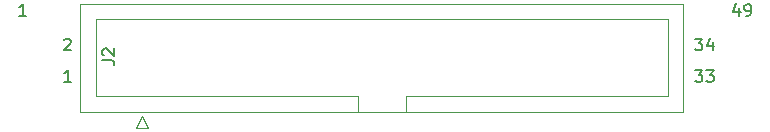
<source format=gbr>
%TF.GenerationSoftware,KiCad,Pcbnew,7.0.7*%
%TF.CreationDate,2023-09-16T00:08:42-05:00*%
%TF.ProjectId,50-to-34-pin-floppy-adapter,35302d74-6f2d-4333-942d-70696e2d666c,rev?*%
%TF.SameCoordinates,Original*%
%TF.FileFunction,Legend,Top*%
%TF.FilePolarity,Positive*%
%FSLAX46Y46*%
G04 Gerber Fmt 4.6, Leading zero omitted, Abs format (unit mm)*
G04 Created by KiCad (PCBNEW 7.0.7) date 2023-09-16 00:08:42*
%MOMM*%
%LPD*%
G01*
G04 APERTURE LIST*
%ADD10C,0.150000*%
%ADD11C,0.120000*%
G04 APERTURE END LIST*
D10*
X192900541Y-71132819D02*
X193519588Y-71132819D01*
X193519588Y-71132819D02*
X193186255Y-71513771D01*
X193186255Y-71513771D02*
X193329112Y-71513771D01*
X193329112Y-71513771D02*
X193424350Y-71561390D01*
X193424350Y-71561390D02*
X193471969Y-71609009D01*
X193471969Y-71609009D02*
X193519588Y-71704247D01*
X193519588Y-71704247D02*
X193519588Y-71942342D01*
X193519588Y-71942342D02*
X193471969Y-72037580D01*
X193471969Y-72037580D02*
X193424350Y-72085200D01*
X193424350Y-72085200D02*
X193329112Y-72132819D01*
X193329112Y-72132819D02*
X193043398Y-72132819D01*
X193043398Y-72132819D02*
X192948160Y-72085200D01*
X192948160Y-72085200D02*
X192900541Y-72037580D01*
X193852922Y-71132819D02*
X194471969Y-71132819D01*
X194471969Y-71132819D02*
X194138636Y-71513771D01*
X194138636Y-71513771D02*
X194281493Y-71513771D01*
X194281493Y-71513771D02*
X194376731Y-71561390D01*
X194376731Y-71561390D02*
X194424350Y-71609009D01*
X194424350Y-71609009D02*
X194471969Y-71704247D01*
X194471969Y-71704247D02*
X194471969Y-71942342D01*
X194471969Y-71942342D02*
X194424350Y-72037580D01*
X194424350Y-72037580D02*
X194376731Y-72085200D01*
X194376731Y-72085200D02*
X194281493Y-72132819D01*
X194281493Y-72132819D02*
X193995779Y-72132819D01*
X193995779Y-72132819D02*
X193900541Y-72085200D01*
X193900541Y-72085200D02*
X193852922Y-72037580D01*
X140052588Y-72132819D02*
X139481160Y-72132819D01*
X139766874Y-72132819D02*
X139766874Y-71132819D01*
X139766874Y-71132819D02*
X139671636Y-71275676D01*
X139671636Y-71275676D02*
X139576398Y-71370914D01*
X139576398Y-71370914D02*
X139481160Y-71418533D01*
X139481160Y-68561057D02*
X139528779Y-68513438D01*
X139528779Y-68513438D02*
X139624017Y-68465819D01*
X139624017Y-68465819D02*
X139862112Y-68465819D01*
X139862112Y-68465819D02*
X139957350Y-68513438D01*
X139957350Y-68513438D02*
X140004969Y-68561057D01*
X140004969Y-68561057D02*
X140052588Y-68656295D01*
X140052588Y-68656295D02*
X140052588Y-68751533D01*
X140052588Y-68751533D02*
X140004969Y-68894390D01*
X140004969Y-68894390D02*
X139433541Y-69465819D01*
X139433541Y-69465819D02*
X140052588Y-69465819D01*
X136242588Y-66544819D02*
X135671160Y-66544819D01*
X135956874Y-66544819D02*
X135956874Y-65544819D01*
X135956874Y-65544819D02*
X135861636Y-65687676D01*
X135861636Y-65687676D02*
X135766398Y-65782914D01*
X135766398Y-65782914D02*
X135671160Y-65830533D01*
X196599350Y-65878152D02*
X196599350Y-66544819D01*
X196361255Y-65497200D02*
X196123160Y-66211485D01*
X196123160Y-66211485D02*
X196742207Y-66211485D01*
X197170779Y-66544819D02*
X197361255Y-66544819D01*
X197361255Y-66544819D02*
X197456493Y-66497200D01*
X197456493Y-66497200D02*
X197504112Y-66449580D01*
X197504112Y-66449580D02*
X197599350Y-66306723D01*
X197599350Y-66306723D02*
X197646969Y-66116247D01*
X197646969Y-66116247D02*
X197646969Y-65735295D01*
X197646969Y-65735295D02*
X197599350Y-65640057D01*
X197599350Y-65640057D02*
X197551731Y-65592438D01*
X197551731Y-65592438D02*
X197456493Y-65544819D01*
X197456493Y-65544819D02*
X197266017Y-65544819D01*
X197266017Y-65544819D02*
X197170779Y-65592438D01*
X197170779Y-65592438D02*
X197123160Y-65640057D01*
X197123160Y-65640057D02*
X197075541Y-65735295D01*
X197075541Y-65735295D02*
X197075541Y-65973390D01*
X197075541Y-65973390D02*
X197123160Y-66068628D01*
X197123160Y-66068628D02*
X197170779Y-66116247D01*
X197170779Y-66116247D02*
X197266017Y-66163866D01*
X197266017Y-66163866D02*
X197456493Y-66163866D01*
X197456493Y-66163866D02*
X197551731Y-66116247D01*
X197551731Y-66116247D02*
X197599350Y-66068628D01*
X197599350Y-66068628D02*
X197646969Y-65973390D01*
X192900541Y-68465819D02*
X193519588Y-68465819D01*
X193519588Y-68465819D02*
X193186255Y-68846771D01*
X193186255Y-68846771D02*
X193329112Y-68846771D01*
X193329112Y-68846771D02*
X193424350Y-68894390D01*
X193424350Y-68894390D02*
X193471969Y-68942009D01*
X193471969Y-68942009D02*
X193519588Y-69037247D01*
X193519588Y-69037247D02*
X193519588Y-69275342D01*
X193519588Y-69275342D02*
X193471969Y-69370580D01*
X193471969Y-69370580D02*
X193424350Y-69418200D01*
X193424350Y-69418200D02*
X193329112Y-69465819D01*
X193329112Y-69465819D02*
X193043398Y-69465819D01*
X193043398Y-69465819D02*
X192948160Y-69418200D01*
X192948160Y-69418200D02*
X192900541Y-69370580D01*
X194376731Y-68799152D02*
X194376731Y-69465819D01*
X194138636Y-68418200D02*
X193900541Y-69132485D01*
X193900541Y-69132485D02*
X194519588Y-69132485D01*
X142710819Y-70310333D02*
X143425104Y-70310333D01*
X143425104Y-70310333D02*
X143567961Y-70357952D01*
X143567961Y-70357952D02*
X143663200Y-70453190D01*
X143663200Y-70453190D02*
X143710819Y-70596047D01*
X143710819Y-70596047D02*
X143710819Y-70691285D01*
X142806057Y-69881761D02*
X142758438Y-69834142D01*
X142758438Y-69834142D02*
X142710819Y-69738904D01*
X142710819Y-69738904D02*
X142710819Y-69500809D01*
X142710819Y-69500809D02*
X142758438Y-69405571D01*
X142758438Y-69405571D02*
X142806057Y-69357952D01*
X142806057Y-69357952D02*
X142901295Y-69310333D01*
X142901295Y-69310333D02*
X142996533Y-69310333D01*
X142996533Y-69310333D02*
X143139390Y-69357952D01*
X143139390Y-69357952D02*
X143710819Y-69929380D01*
X143710819Y-69929380D02*
X143710819Y-69310333D01*
D11*
%TO.C,J2*%
X145550000Y-76054000D02*
X146550000Y-76054000D01*
X146550000Y-76054000D02*
X146050000Y-75054000D01*
X146050000Y-75054000D02*
X145550000Y-76054000D01*
X140840000Y-74664000D02*
X140840000Y-65544000D01*
X164320000Y-74664000D02*
X164320000Y-73354000D01*
X191900000Y-74664000D02*
X140840000Y-74664000D01*
X142140000Y-73354000D02*
X142140000Y-66854000D01*
X164320000Y-73354000D02*
X142140000Y-73354000D01*
X168420000Y-73354000D02*
X168420000Y-74664000D01*
X168420000Y-73354000D02*
X168420000Y-73354000D01*
X190600000Y-73354000D02*
X168420000Y-73354000D01*
X142140000Y-66854000D02*
X190600000Y-66854000D01*
X190600000Y-66854000D02*
X190600000Y-73354000D01*
X140840000Y-65544000D02*
X191900000Y-65544000D01*
X191900000Y-65544000D02*
X191900000Y-74664000D01*
%TD*%
M02*

</source>
